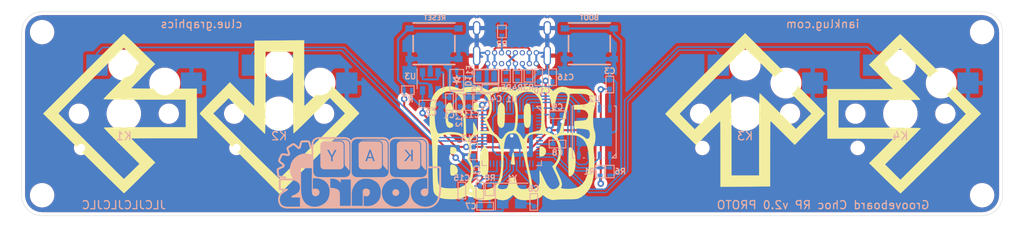
<source format=kicad_pcb>
(kicad_pcb (version 20171130) (host pcbnew "(5.1.5)-3")
  (layers (0 F.Cu signal) (31 B.Cu signal) (34 B.Paste user) (35 F.Paste user) (36 B.SilkS user) (37 F.SilkS user hide) (38 B.Mask user) (39 F.Mask user) (44 Edge.Cuts user))
  (net 0 "")
  (net 1 GND)
  (net 2 "Net-(F1-Pad2)")
  (net 3 "Net-(J1-PadA5)")
  (net 4 "Net-(J1-PadB5)")
  (net 5 D-)
  (net 6 D+)
  (net 7 VREG_VIN)
  (net 8 VREG_VOUT)
  (net 9 XIN)
  (net 10 QSPI_SS)
  (net 11 "Net-(R4-Pad2)")
  (net 12 "Net-(R5-Pad2)")
  (net 13 "Net-(R6-Pad1)")
  (net 14 "Net-(R7-Pad1)")
  (net 15 XOUT)
  (net 16 QSPI_1)
  (net 17 QSPI_2)
  (net 18 QSPI_0)
  (net 19 QSPI_SCLK)
  (net 20 QSPI_3)
  (net 21 "Net-(C7-Pad1)")
  (net 22 "Net-(D1-Pad2)")
  (net 23 +5V)
  (net 24 K1)
  (net 25 K2)
  (net 26 K3)
  (net 27 K4)
  (module grooveboard:kayboards-logo (layer B.Cu) (at 61.25 39.75 180)
    (fp_text reference G*** hide)
    (fp_text value LOGO hide)
  )
  (module grooveboard:left-arrow (layer F.Cu) (at 108.55 32.1 270)
    (fp_text reference G*** hide)
    (fp_text value LOGO hide)
  )
  (module grooveboard:left-arrow (layer F.Cu) (at 51.5 32.875 90)
    (fp_text reference G*** hide)
    (fp_text value LOGO hide)
  )
  (module grooveboard:left-arrow (layer F.Cu) (at 127.9 32.55 180)
    (fp_text reference G*** hide)
    (fp_text value LOGO hide)
  )
  (module grooveboard:left-arrow (layer F.Cu) (at 32.1 32.45)
    (fp_text reference G*** hide)
    (fp_text value LOGO hide)
  )
  (module grooveboard:grooveboard-logo (layer F.Cu) (at 79.95 36.2)
    (fp_text reference G*** hide)
    (fp_text value LOGO hide)
  )
  (module Keebio-Parts:C_0402 (layer B.Cu) (at 75.3 37.125 270)
    (fp_text reference C13 (at -1.575 0.5) (layer B.SilkS) (effects (font (size 0.7 0.7)) (justify mirror)))
    (fp_text value 100nF)
    (pad 1 smd rect (at -0.55 0 270) (size 0.6 0.5) (layers B.Cu B.Paste B.Mask) (net 7 VREG_VIN))
    (pad 2 smd rect (at 0.55 0 270) (size 0.6 0.5) (layers B.Cu B.Paste B.Mask) (net 1 GND))
  )
  (module Keebio-Parts:C_0402 (layer B.Cu) (at 76.35 30.525 180)
    (fp_text reference C4 (at -1.75 -0.15) (layer B.SilkS) (effects (font (size 0.7 0.7)) (justify mirror)))
    (fp_text value 1uF)
    (pad 1 smd rect (at -0.55 0 180) (size 0.6 0.5) (layers B.Cu B.Paste B.Mask) (net 7 VREG_VIN))
    (pad 2 smd rect (at 0.55 0 180) (size 0.6 0.5) (layers B.Cu B.Paste B.Mask) (net 1 GND))
  )
  (module rp2040:RP2040 (layer B.Cu) (at 79.95 35.225 180)
    (fp_text reference U1 (at -0.009 4.5) (layer B.SilkS) (effects (font (size 0.7 0.7)) (justify mirror)))
    (fp_text value RP2040 hide)
    (pad 1 smd rect (at -3.4036 2.6 90) (size 0.1778 0.8128) (layers B.Cu B.Paste B.Mask) (net 7 VREG_VIN))
    (pad 2 smd rect (at -3.4036 2.200001 90) (size 0.1778 0.8128) (layers B.Cu B.Paste B.Mask))
    (pad 3 smd rect (at -3.4036 1.799999 90) (size 0.1778 0.8128) (layers B.Cu B.Paste B.Mask))
    (pad 4 smd rect (at -3.4036 1.4 90) (size 0.1778 0.8128) (layers B.Cu B.Paste B.Mask))
    (pad 5 smd rect (at -3.4036 1.000001 90) (size 0.1778 0.8128) (layers B.Cu B.Paste B.Mask))
    (pad 6 smd rect (at -3.4036 0.599999 90) (size 0.1778 0.8128) (layers B.Cu B.Paste B.Mask))
    (pad 7 smd rect (at -3.4036 0.2 90) (size 0.1778 0.8128) (layers B.Cu B.Paste B.Mask))
    (pad 8 smd rect (at -3.4036 -0.2 90) (size 0.1778 0.8128) (layers B.Cu B.Paste B.Mask))
    (pad 9 smd rect (at -3.4036 -0.599999 90) (size 0.1778 0.8128) (layers B.Cu B.Paste B.Mask))
    (pad 10 smd rect (at -3.4036 -1.000001 90) (size 0.1778 0.8128) (layers B.Cu B.Paste B.Mask) (net 7 VREG_VIN))
    (pad 11 smd rect (at -3.4036 -1.4 90) (size 0.1778 0.8128) (layers B.Cu B.Paste B.Mask))
    (pad 12 smd rect (at -3.4036 -1.799999 90) (size 0.1778 0.8128) (layers B.Cu B.Paste B.Mask))
    (pad 13 smd rect (at -3.4036 -2.200001 90) (size 0.1778 0.8128) (layers B.Cu B.Paste B.Mask) (net 27 K4))
    (pad 14 smd rect (at -3.4036 -2.6 90) (size 0.1778 0.8128) (layers B.Cu B.Paste B.Mask) (net 26 K3))
    (pad 15 smd rect (at -2.6 -3.4036 180) (size 0.1778 0.8128) (layers B.Cu B.Paste B.Mask))
    (pad 16 smd rect (at -2.200001 -3.4036 180) (size 0.1778 0.8128) (layers B.Cu B.Paste B.Mask))
    (pad 17 smd rect (at -1.799999 -3.4036 180) (size 0.1778 0.8128) (layers B.Cu B.Paste B.Mask))
    (pad 18 smd rect (at -1.4 -3.4036 180) (size 0.1778 0.8128) (layers B.Cu B.Paste B.Mask))
    (pad 19 smd rect (at -1.000001 -3.4036 180) (size 0.1778 0.8128) (layers B.Cu B.Paste B.Mask) (net 1 GND))
    (pad 20 smd rect (at -0.599999 -3.4036 180) (size 0.1778 0.8128) (layers B.Cu B.Paste B.Mask) (net 9 XIN))
    (pad 21 smd rect (at -0.2 -3.4036 180) (size 0.1778 0.8128) (layers B.Cu B.Paste B.Mask) (net 15 XOUT))
    (pad 22 smd rect (at 0.2 -3.4036 180) (size 0.1778 0.8128) (layers B.Cu B.Paste B.Mask) (net 7 VREG_VIN))
    (pad 23 smd rect (at 0.599999 -3.4036 180) (size 0.1778 0.8128) (layers B.Cu B.Paste B.Mask) (net 8 VREG_VOUT))
    (pad 24 smd rect (at 1.000001 -3.4036 180) (size 0.1778 0.8128) (layers B.Cu B.Paste B.Mask))
    (pad 25 smd rect (at 1.4 -3.4036 180) (size 0.1778 0.8128) (layers B.Cu B.Paste B.Mask))
    (pad 26 smd rect (at 1.799999 -3.4036 180) (size 0.1778 0.8128) (layers B.Cu B.Paste B.Mask) (net 14 "Net-(R7-Pad1)"))
    (pad 27 smd rect (at 2.200001 -3.4036 180) (size 0.1778 0.8128) (layers B.Cu B.Paste B.Mask))
    (pad 28 smd rect (at 2.6 -3.4036 180) (size 0.1778 0.8128) (layers B.Cu B.Paste B.Mask))
    (pad 29 smd rect (at 3.4036 -2.6 90) (size 0.1778 0.8128) (layers B.Cu B.Paste B.Mask))
    (pad 30 smd rect (at 3.4036 -2.200001 90) (size 0.1778 0.8128) (layers B.Cu B.Paste B.Mask))
    (pad 31 smd rect (at 3.4036 -1.799999 90) (size 0.1778 0.8128) (layers B.Cu B.Paste B.Mask))
    (pad 32 smd rect (at 3.4036 -1.4 90) (size 0.1778 0.8128) (layers B.Cu B.Paste B.Mask))
    (pad 33 smd rect (at 3.4036 -1.000001 90) (size 0.1778 0.8128) (layers B.Cu B.Paste B.Mask) (net 7 VREG_VIN))
    (pad 34 smd rect (at 3.4036 -0.599999 90) (size 0.1778 0.8128) (layers B.Cu B.Paste B.Mask) (net 25 K2))
    (pad 35 smd rect (at 3.4036 -0.2 90) (size 0.1778 0.8128) (layers B.Cu B.Paste B.Mask) (net 24 K1))
    (pad 36 smd rect (at 3.4036 0.2 90) (size 0.1778 0.8128) (layers B.Cu B.Paste B.Mask))
    (pad 37 smd rect (at 3.4036 0.599999 90) (size 0.1778 0.8128) (layers B.Cu B.Paste B.Mask))
    (pad 38 smd rect (at 3.4036 1.000001 90) (size 0.1778 0.8128) (layers B.Cu B.Paste B.Mask))
    (pad 39 smd rect (at 3.4036 1.4 90) (size 0.1778 0.8128) (layers B.Cu B.Paste B.Mask))
    (pad 40 smd rect (at 3.4036 1.799999 90) (size 0.1778 0.8128) (layers B.Cu B.Paste B.Mask))
    (pad 41 smd rect (at 3.4036 2.200001 90) (size 0.1778 0.8128) (layers B.Cu B.Paste B.Mask))
    (pad 42 smd rect (at 3.4036 2.6 90) (size 0.1778 0.8128) (layers B.Cu B.Paste B.Mask) (net 7 VREG_VIN))
    (pad 43 smd rect (at 2.6 3.4036 180) (size 0.1778 0.8128) (layers B.Cu B.Paste B.Mask) (net 7 VREG_VIN))
    (pad 44 smd rect (at 2.200001 3.4036 180) (size 0.1778 0.8128) (layers B.Cu B.Paste B.Mask) (net 7 VREG_VIN))
    (pad 45 smd rect (at 1.799999 3.4036 180) (size 0.1778 0.8128) (layers B.Cu B.Paste B.Mask) (net 8 VREG_VOUT))
    (pad 46 smd rect (at 1.4 3.4036 180) (size 0.1778 0.8128) (layers B.Cu B.Paste B.Mask) (net 12 "Net-(R5-Pad2)"))
    (pad 47 smd rect (at 1.000001 3.4036 180) (size 0.1778 0.8128) (layers B.Cu B.Paste B.Mask) (net 11 "Net-(R4-Pad2)"))
    (pad 48 smd rect (at 0.599999 3.4036 180) (size 0.1778 0.8128) (layers B.Cu B.Paste B.Mask) (net 7 VREG_VIN))
    (pad 49 smd rect (at 0.2 3.4036 180) (size 0.1778 0.8128) (layers B.Cu B.Paste B.Mask) (net 7 VREG_VIN))
    (pad 50 smd rect (at -0.2 3.4036 180) (size 0.1778 0.8128) (layers B.Cu B.Paste B.Mask) (net 8 VREG_VOUT))
    (pad 51 smd rect (at -0.599999 3.4036 180) (size 0.1778 0.8128) (layers B.Cu B.Paste B.Mask) (net 20 QSPI_3))
    (pad 52 smd rect (at -1.000001 3.4036 180) (size 0.1778 0.8128) (layers B.Cu B.Paste B.Mask) (net 19 QSPI_SCLK))
    (pad 53 smd rect (at -1.4 3.4036 180) (size 0.1778 0.8128) (layers B.Cu B.Paste B.Mask) (net 18 QSPI_0))
    (pad 54 smd rect (at -1.799999 3.4036 180) (size 0.1778 0.8128) (layers B.Cu B.Paste B.Mask) (net 17 QSPI_2))
    (pad 55 smd rect (at -2.200001 3.4036 180) (size 0.1778 0.8128) (layers B.Cu B.Paste B.Mask) (net 16 QSPI_1))
    (pad 56 smd rect (at -2.6 3.4036 180) (size 0.1778 0.8128) (layers B.Cu B.Paste B.Mask) (net 10 QSPI_SS))
    (pad 57 smd rect (at 0 0 180) (size 3.2004 3.2004) (layers B.Cu B.Mask) (net 1 GND))
  )
  (module Keebio-Parts:R_0402 (layer B.Cu) (at 90.754 39.5955 90)
    (fp_text reference R1 (at 0.006 -1.304 180) (layer B.SilkS) (effects (font (size 0.7 0.7)) (justify mirror)))
    (fp_text value DNP)
    (pad 1 smd rect (at -0.45 0 90) (size 0.4 0.6) (layers B.Cu B.Paste B.Mask) (net 7 VREG_VIN))
    (pad 2 smd rect (at 0.45 0 90) (size 0.4 0.6) (layers B.Cu B.Paste B.Mask) (net 10 QSPI_SS))
  )
  (module Keebio-Parts:D_SOD-323 (layer B.Cu) (at 73.228 28.223 90)
    (fp_text reference D1 (at -0.252 1.372 -90 unlocked) (layer B.SilkS) (effects (font (size 0.7 0.7)) (justify mirror)))
    (fp_text value "20V 1A")
    (pad 1 smd rect (at -1.05 0 90) (size 0.6 0.45) (layers B.Cu B.Paste B.Mask) (net 23 +5V))
    (pad 2 smd rect (at 1.05 0 90) (size 0.6 0.45) (layers B.Cu B.Paste B.Mask) (net 22 "Net-(D1-Pad2)"))
  )
  (module Package_TO_SOT_SMD:SOT-23-5 (layer B.Cu) (at 69.9895 28.5405 270)
    (fp_text reference U3 (at -0.6155 2.4395) (layer B.SilkS) (effects (font (size 0.7 0.7)) (justify mirror)))
    (fp_text value AP2112K-3.3)
    (pad 5 smd rect (at 1.1 0.95 270) (size 1.06 0.65) (layers B.Cu B.Paste B.Mask) (net 7 VREG_VIN))
    (pad 4 smd rect (at 1.1 -0.95 270) (size 1.06 0.65) (layers B.Cu B.Paste B.Mask))
    (pad 3 smd rect (at -1.1 -0.95 270) (size 1.06 0.65) (layers B.Cu B.Paste B.Mask) (net 23 +5V))
    (pad 2 smd rect (at -1.1 0 270) (size 1.06 0.65) (layers B.Cu B.Paste B.Mask) (net 1 GND))
    (pad 1 smd rect (at -1.1 0.95 270) (size 1.06 0.65) (layers B.Cu B.Paste B.Mask) (net 23 +5V))
  )
  (module winbond:W25Q128JVPIQ (layer B.Cu) (at 90.05 34.75 90)
    (fp_text reference U2 (at 4.05 0) (layer B.SilkS) (effects (font (size 0.7 0.7)) (justify mirror)))
    (fp_text value W25Q128JV hide)
    (pad 9 smd rect (at 0 0 90) (size 3.4544 4.3434) (layers B.Cu B.Paste B.Mask))
    (pad 8 smd rect (at 2.8702 1.905 90) (size 0.9652 0.4318) (layers B.Cu B.Paste B.Mask) (net 7 VREG_VIN))
    (pad 7 smd rect (at 2.8702 0.635 90) (size 0.9652 0.4318) (layers B.Cu B.Paste B.Mask) (net 20 QSPI_3))
    (pad 6 smd rect (at 2.8702 -0.635 90) (size 0.9652 0.4318) (layers B.Cu B.Paste B.Mask) (net 19 QSPI_SCLK))
    (pad 5 smd rect (at 2.8702 -1.905 90) (size 0.9652 0.4318) (layers B.Cu B.Paste B.Mask) (net 18 QSPI_0))
    (pad 4 smd rect (at -2.8702 -1.905 90) (size 0.9652 0.4318) (layers B.Cu B.Paste B.Mask) (net 1 GND))
    (pad 3 smd rect (at -2.8702 -0.635 90) (size 0.9652 0.4318) (layers B.Cu B.Paste B.Mask) (net 17 QSPI_2))
    (pad 2 smd rect (at -2.8702 0.635 90) (size 0.9652 0.4318) (layers B.Cu B.Paste B.Mask) (net 16 QSPI_1))
    (pad 1 smd rect (at -2.8702 1.905 90) (size 0.9652 0.4318) (layers B.Cu B.Paste B.Mask) (net 10 QSPI_SS))
  )
  (module Keebio-Parts:C_0402 (layer B.Cu) (at 85.55 36.225)
    (fp_text reference C8 (at 0 1.05) (layer B.SilkS) (effects (font (size 0.7 0.7)) (justify mirror)))
    (fp_text value 100nF)
    (pad 1 smd rect (at -0.55 0) (size 0.6 0.5) (layers B.Cu B.Paste B.Mask) (net 7 VREG_VIN))
    (pad 2 smd rect (at 0.55 0) (size 0.6 0.5) (layers B.Cu B.Paste B.Mask) (net 1 GND))
  )
  (module Keebio-Parts:C_0402 (layer B.Cu) (at 91.95 28.925 90)
    (fp_text reference C3 (at 1.65 0) (layer B.SilkS) (effects (font (size 0.7 0.7)) (justify mirror)))
    (fp_text value 100nF)
    (pad 1 smd rect (at -0.55 0 90) (size 0.6 0.5) (layers B.Cu B.Paste B.Mask) (net 7 VREG_VIN))
    (pad 2 smd rect (at 0.55 0 90) (size 0.6 0.5) (layers B.Cu B.Paste B.Mask) (net 1 GND))
  )
  (module kicad-open-modules:TS-1187A-B-A-B (layer B.Cu) (at 89.45 23.925)
    (fp_text reference SW1 hide)
    (fp_text value BOOT)
    (pad 2 smd rect (at -3 -1.875) (size 1 0.75) (layers B.Cu B.Paste B.Mask) (net 13 "Net-(R6-Pad1)"))
    (pad 2 smd rect (at 3 -1.875) (size 1 0.75) (layers B.Cu B.Paste B.Mask) (net 13 "Net-(R6-Pad1)"))
    (pad 1 smd rect (at 3 1.875) (size 1 0.75) (layers B.Cu B.Paste B.Mask) (net 1 GND))
    (pad 1 smd rect (at -3 1.875) (size 1 0.75) (layers B.Cu B.Paste B.Mask) (net 1 GND))
  )
  (module Keebio-Parts:Crystal_SMD_3225-4pin_3.2x2.5mm (layer B.Cu) (at 79.95 42.675)
    (fp_text reference Y1 (at 0 -2.25) (layer B.SilkS) (effects (font (size 0.7 0.7)) (justify mirror)))
    (fp_text value 12MHz)
    (pad 4 smd rect (at -1.1 0.85) (size 1.4 1.2) (layers B.Cu B.Paste B.Mask) (net 1 GND))
    (pad 3 smd rect (at 1.1 0.85) (size 1.4 1.2) (layers B.Cu B.Paste B.Mask) (net 9 XIN))
    (pad 2 smd rect (at 1.1 -0.85) (size 1.4 1.2) (layers B.Cu B.Paste B.Mask) (net 1 GND))
    (pad 1 smd rect (at -1.1 -0.85) (size 1.4 1.2) (layers B.Cu B.Paste B.Mask) (net 21 "Net-(C7-Pad1)"))
  )
  (module keyswitches:Kailh_socket_PG1350 (layer F.Cu) (at 32.5 32.5 180)
    (fp_text reference K1 hide)
    (fp_text value MX-NoLED)
    (pad "" np_thru_hole circle (at -5.5 0 180) (size 1.7018 1.7018) (drill 1.7018) (layers *.Cu *.Mask))
    (pad "" np_thru_hole circle (at 5.5 0 180) (size 1.7018 1.7018) (drill 1.7018) (layers *.Cu *.Mask))
    (pad 1 smd rect (at 3.275 5.95 180) (size 2.6 2.6) (layers B.Cu B.Paste B.Mask) (net 24 K1))
    (pad "" np_thru_hole circle (at -5 3.75 180) (size 3 3) (drill 3) (layers *.Cu *.Mask))
    (pad "" np_thru_hole circle (at 0 0 180) (size 3.429 3.429) (drill 3.429) (layers *.Cu *.Mask))
    (pad "" np_thru_hole circle (at 0 5.95 180) (size 3 3) (drill 3) (layers *.Cu *.Mask))
    (pad 2 smd rect (at -8.275 3.75 180) (size 2.6 2.6) (layers B.Cu B.Paste B.Mask) (net 1 GND))
    (pad "" np_thru_hole circle (at 5.22 -4.2 180) (size 0.9906 0.9906) (drill 0.9906) (layers *.Cu *.Mask))
  )
  (module keyswitches:Kailh_socket_PG1350 (layer F.Cu) (at 108.5 32.5 180)
    (fp_text reference K3 hide)
    (fp_text value MX-NoLED)
    (pad "" np_thru_hole circle (at -5.5 0 180) (size 1.7018 1.7018) (drill 1.7018) (layers *.Cu *.Mask))
    (pad "" np_thru_hole circle (at 5.5 0 180) (size 1.7018 1.7018) (drill 1.7018) (layers *.Cu *.Mask))
    (pad 1 smd rect (at 3.275 5.95 180) (size 2.6 2.6) (layers B.Cu B.Paste B.Mask) (net 26 K3))
    (pad "" np_thru_hole circle (at -5 3.75 180) (size 3 3) (drill 3) (layers *.Cu *.Mask))
    (pad "" np_thru_hole circle (at 0 0 180) (size 3.429 3.429) (drill 3.429) (layers *.Cu *.Mask))
    (pad "" np_thru_hole circle (at 0 5.95 180) (size 3 3) (drill 3) (layers *.Cu *.Mask))
    (pad 2 smd rect (at -8.275 3.75 180) (size 2.6 2.6) (layers B.Cu B.Paste B.Mask) (net 1 GND))
    (pad "" np_thru_hole circle (at 5.22 -4.2 180) (size 0.9906 0.9906) (drill 0.9906) (layers *.Cu *.Mask))
  )
  (module keyswitches:Kailh_socket_PG1350 (layer F.Cu) (at 51.5 32.5 180)
    (fp_text reference K2 hide)
    (fp_text value MX-NoLED)
    (pad "" np_thru_hole circle (at -5.5 0 180) (size 1.7018 1.7018) (drill 1.7018) (layers *.Cu *.Mask))
    (pad "" np_thru_hole circle (at 5.5 0 180) (size 1.7018 1.7018) (drill 1.7018) (layers *.Cu *.Mask))
    (pad 1 smd rect (at 3.275 5.95 180) (size 2.6 2.6) (layers B.Cu B.Paste B.Mask) (net 25 K2))
    (pad "" np_thru_hole circle (at -5 3.75 180) (size 3 3) (drill 3) (layers *.Cu *.Mask))
    (pad "" np_thru_hole circle (at 0 0 180) (size 3.429 3.429) (drill 3.429) (layers *.Cu *.Mask))
    (pad "" np_thru_hole circle (at 0 5.95 180) (size 3 3) (drill 3) (layers *.Cu *.Mask))
    (pad 2 smd rect (at -8.275 3.75 180) (size 2.6 2.6) (layers B.Cu B.Paste B.Mask) (net 1 GND))
    (pad "" np_thru_hole circle (at 5.22 -4.2 180) (size 0.9906 0.9906) (drill 0.9906) (layers *.Cu *.Mask))
  )
  (module Keebio-Parts:C_0402 (layer B.Cu) (at 69.65 31.325)
    (fp_text reference C2 (at 0.45 1.05) (layer B.SilkS) (effects (font (size 0.7 0.7)) (justify mirror)))
    (fp_text value 10uF)
    (pad 1 smd rect (at -0.55 0) (size 0.6 0.5) (layers B.Cu B.Paste B.Mask) (net 7 VREG_VIN))
    (pad 2 smd rect (at 0.55 0) (size 0.6 0.5) (layers B.Cu B.Paste B.Mask) (net 1 GND))
  )
  (module Keebio-Parts:C_0402 (layer B.Cu) (at 72.339 31.0805 270)
    (fp_text reference C1 (at 1.5945 0.039 180) (layer B.SilkS) (effects (font (size 0.7 0.7)) (justify mirror)))
    (fp_text value 10uF)
    (pad 1 smd rect (at -0.55 0 270) (size 0.6 0.5) (layers B.Cu B.Paste B.Mask) (net 23 +5V))
    (pad 2 smd rect (at 0.55 0 270) (size 0.6 0.5) (layers B.Cu B.Paste B.Mask) (net 1 GND))
  )
  (module Type-C:USB_C_GCT_USB4085 (layer F.Cu) (at 79.985 20.262 180)
    (fp_text reference J1 hide)
    (fp_text value USB_C_Receptacle_USB2.0)
    (pad S1 thru_hole oval (at 4.325 -1.74 180) (size 0.9 1.7) (drill oval 0.6 1.4) (layers *.Cu *.Mask) (net 1 GND))
    (pad S1 thru_hole oval (at -4.325 -1.74 180) (size 0.9 1.7) (drill oval 0.6 1.4) (layers *.Cu *.Mask) (net 1 GND))
    (pad S1 thru_hole oval (at 4.325 -5.12 180) (size 0.9 2.4) (drill oval 0.6 2.1) (layers *.Cu *.Mask) (net 1 GND))
    (pad S1 thru_hole oval (at -4.325 -5.12 180) (size 0.9 2.4) (drill oval 0.6 2.1) (layers *.Cu *.Mask) (net 1 GND))
    (pad B1 thru_hole circle (at 2.98 -4.775 180) (size 0.65 0.65) (drill 0.4) (layers *.Cu *.Mask) (net 1 GND))
    (pad B4 thru_hole circle (at 2.13 -4.775 180) (size 0.65 0.65) (drill 0.4) (layers *.Cu *.Mask) (net 2 "Net-(F1-Pad2)"))
    (pad B5 thru_hole circle (at 1.28 -4.775 180) (size 0.65 0.65) (drill 0.4) (layers *.Cu *.Mask) (net 4 "Net-(J1-PadB5)"))
    (pad B6 thru_hole circle (at 0.43 -4.775 180) (size 0.65 0.65) (drill 0.4) (layers *.Cu *.Mask) (net 6 D+))
    (pad B7 thru_hole circle (at -0.42 -4.775 180) (size 0.65 0.65) (drill 0.4) (layers *.Cu *.Mask) (net 5 D-))
    (pad B8 thru_hole circle (at -1.27 -4.775 180) (size 0.65 0.65) (drill 0.4) (layers *.Cu *.Mask))
    (pad B9 thru_hole circle (at -2.12 -4.775 180) (size 0.65 0.65) (drill 0.4) (layers *.Cu *.Mask) (net 2 "Net-(F1-Pad2)"))
    (pad B12 thru_hole circle (at -2.975 -4.775 180) (size 0.65 0.65) (drill 0.4) (layers *.Cu *.Mask) (net 1 GND))
    (pad A12 thru_hole circle (at 2.975 -6.1 180) (size 0.65 0.65) (drill 0.4) (layers *.Cu *.Mask) (net 1 GND))
    (pad A9 thru_hole circle (at 2.125 -6.1 180) (size 0.65 0.65) (drill 0.4) (layers *.Cu *.Mask) (net 2 "Net-(F1-Pad2)"))
    (pad A8 thru_hole circle (at 1.275 -6.1 180) (size 0.65 0.65) (drill 0.4) (layers *.Cu *.Mask))
    (pad A7 thru_hole circle (at 0.425 -6.1 180) (size 0.65 0.65) (drill 0.4) (layers *.Cu *.Mask) (net 5 D-))
    (pad A6 thru_hole circle (at -0.425 -6.1 180) (size 0.65 0.65) (drill 0.4) (layers *.Cu *.Mask) (net 6 D+))
    (pad A4 thru_hole circle (at -2.125 -6.1 180) (size 0.65 0.65) (drill 0.4) (layers *.Cu *.Mask) (net 2 "Net-(F1-Pad2)"))
    (pad A1 thru_hole circle (at -2.975 -6.1 180) (size 0.65 0.65) (drill 0.4) (layers *.Cu *.Mask) (net 1 GND))
    (pad A5 thru_hole circle (at -1.275 -6.1 180) (size 0.65 0.65) (drill 0.4) (layers *.Cu *.Mask) (net 3 "Net-(J1-PadA5)"))
  )
  (module keyswitches:Kailh_socket_PG1350 (layer F.Cu) (at 127.5 32.5 180)
    (fp_text reference K4 hide)
    (fp_text value MX-NoLED)
    (pad "" np_thru_hole circle (at -5.5 0 180) (size 1.7018 1.7018) (drill 1.7018) (layers *.Cu *.Mask))
    (pad "" np_thru_hole circle (at 5.5 0 180) (size 1.7018 1.7018) (drill 1.7018) (layers *.Cu *.Mask))
    (pad 1 smd rect (at 3.275 5.95 180) (size 2.6 2.6) (layers B.Cu B.Paste B.Mask) (net 27 K4))
    (pad "" np_thru_hole circle (at -5 3.75 180) (size 3 3) (drill 3) (layers *.Cu *.Mask))
    (pad "" np_thru_hole circle (at 0 0 180) (size 3.429 3.429) (drill 3.429) (layers *.Cu *.Mask))
    (pad "" np_thru_hole circle (at 0 5.95 180) (size 3 3) (drill 3) (layers *.Cu *.Mask))
    (pad 2 smd rect (at -8.275 3.75 180) (size 2.6 2.6) (layers B.Cu B.Paste B.Mask) (net 1 GND))
    (pad "" np_thru_hole circle (at 5.22 -4.2 180) (size 0.9906 0.9906) (drill 0.9906) (layers *.Cu *.Mask))
  )
  (module Keebio-Parts:C_0402 (layer B.Cu) (at 76.7 43.85 180)
    (fp_text reference C7 (at 1.75 0 180) (layer B.SilkS) (effects (font (size 0.7 0.7)) (justify mirror)))
    (fp_text value 10pF)
    (pad 2 smd rect (at 0.55 0 180) (size 0.6 0.5) (layers B.Cu B.Paste B.Mask) (net 1 GND))
    (pad 1 smd rect (at -0.55 0 180) (size 0.6 0.5) (layers B.Cu B.Paste B.Mask) (net 21 "Net-(C7-Pad1)"))
  )
  (module Keebio-Parts:R_0402 (layer B.Cu) (at 82 27.875 90)
    (fp_text reference R3 (at -1.4 0) (layer B.SilkS) (effects (font (size 0.7 0.7)) (justify mirror)))
    (fp_text value 5.1k)
    (pad 1 smd rect (at -0.45 0 90) (size 0.4 0.6) (layers B.Cu B.Paste B.Mask) (net 1 GND))
    (pad 2 smd rect (at 0.45 0 90) (size 0.4 0.6) (layers B.Cu B.Paste B.Mask) (net 3 "Net-(J1-PadA5)"))
  )
  (module Keebio-Parts:R_0402 (layer B.Cu) (at 78.75 22.425 270)
    (fp_text reference R2 (at 1.55 0) (layer B.SilkS) (effects (font (size 0.7 0.7)) (justify mirror)))
    (fp_text value 5.1k)
    (pad 1 smd rect (at -0.45 0 270) (size 0.4 0.6) (layers B.Cu B.Paste B.Mask) (net 1 GND))
    (pad 2 smd rect (at 0.45 0 270) (size 0.4 0.6) (layers B.Cu B.Paste B.Mask) (net 4 "Net-(J1-PadB5)"))
  )
  (module Keebio-Parts:R_0402 (layer B.Cu) (at 77.25 41.775 270)
    (fp_text reference R8 (at -1.4 -0.042) (layer B.SilkS) (effects (font (size 0.7 0.7)) (justify mirror)))
    (fp_text value 1k)
    (pad 2 smd rect (at 0.45 0 270) (size 0.4 0.6) (layers B.Cu B.Paste B.Mask) (net 21 "Net-(C7-Pad1)"))
    (pad 1 smd rect (at -0.45 0 270) (size 0.4 0.6) (layers B.Cu B.Paste B.Mask) (net 15 XOUT))
  )
  (module Keebio-Parts:R_0402 (layer B.Cu) (at 79.25 27.925 270)
    (fp_text reference R5 (at 1.4 0) (layer B.SilkS) (effects (font (size 0.7 0.7)) (justify mirror)))
    (fp_text value 27)
    (pad 1 smd rect (at -0.45 0 270) (size 0.4 0.6) (layers B.Cu B.Paste B.Mask) (net 5 D-))
    (pad 2 smd rect (at 0.45 0 270) (size 0.4 0.6) (layers B.Cu B.Paste B.Mask) (net 12 "Net-(R5-Pad2)"))
  )
  (module Keebio-Parts:Fuse_0805 (layer B.Cu) (at 76.85 27.925)
    (fp_text reference F1 (at -2.05 -0.75 90 unlocked) (layer B.SilkS) (effects (font (size 0.7 0.7)) (justify mirror)))
    (fp_text value 500mA hide)
    (pad 1 smd rect (at -0.95 0) (size 0.7 1.3) (layers B.Cu B.Paste B.Mask) (net 22 "Net-(D1-Pad2)") (clearance 0.1))
    (pad 2 smd rect (at 0.95 0) (size 0.7 1.3) (layers B.Cu B.Paste B.Mask) (net 2 "Net-(F1-Pad2)") (clearance 0.1))
  )
  (module Keebio-Parts:R_0402 (layer B.Cu) (at 91.95 39.5955 90)
    (fp_text reference R6 (at 0.006 1.2805) (layer B.SilkS) (effects (font (size 0.7 0.7)) (justify mirror)))
    (fp_text value 1k)
    (pad 1 smd rect (at -0.45 0 90) (size 0.4 0.6) (layers B.Cu B.Paste B.Mask) (net 13 "Net-(R6-Pad1)"))
    (pad 2 smd rect (at 0.45 0 90) (size 0.4 0.6) (layers B.Cu B.Paste B.Mask) (net 10 QSPI_SS))
  )
  (module Keebio-Parts:R_0402 (layer B.Cu) (at 67.25 29.625)
    (fp_text reference R7 (at 0 1.1) (layer B.SilkS) (effects (font (size 0.7 0.7)) (justify mirror)))
    (fp_text value 10k)
    (pad 1 smd rect (at -0.45 0) (size 0.4 0.6) (layers B.Cu B.Paste B.Mask) (net 14 "Net-(R7-Pad1)"))
    (pad 2 smd rect (at 0.45 0) (size 0.4 0.6) (layers B.Cu B.Paste B.Mask) (net 7 VREG_VIN))
  )
  (module Keebio-Parts:R_0402 (layer B.Cu) (at 80.65 27.925 270)
    (fp_text reference R4 (at 1.4 0) (layer B.SilkS) (effects (font (size 0.7 0.7)) (justify mirror)))
    (fp_text value 27)
    (pad 1 smd rect (at -0.45 0 270) (size 0.4 0.6) (layers B.Cu B.Paste B.Mask) (net 6 D+))
    (pad 2 smd rect (at 0.45 0 270) (size 0.4 0.6) (layers B.Cu B.Paste B.Mask) (net 11 "Net-(R4-Pad2)"))
  )
  (module Keebio-Parts:C_0402 (layer B.Cu) (at 84.95 28.025 90)
    (fp_text reference C16 (at 0 1.6) (layer B.SilkS) (effects (font (size 0.7 0.7)) (justify mirror)))
    (fp_text value 100nF)
    (pad 1 smd rect (at -0.55 0 90) (size 0.6 0.5) (layers B.Cu B.Paste B.Mask) (net 8 VREG_VOUT))
    (pad 2 smd rect (at 0.55 0 90) (size 0.6 0.5) (layers B.Cu B.Paste B.Mask) (net 1 GND))
  )
  (module Keebio-Parts:C_0402 (layer B.Cu) (at 73.85 41.925 270)
    (fp_text reference C15 (at -1.55 0) (layer B.SilkS) (effects (font (size 0.7 0.7)) (justify mirror)))
    (fp_text value 100nF)
    (pad 1 smd rect (at -0.55 0 270) (size 0.6 0.5) (layers B.Cu B.Paste B.Mask) (net 8 VREG_VOUT))
    (pad 2 smd rect (at 0.55 0 270) (size 0.6 0.5) (layers B.Cu B.Paste B.Mask) (net 1 GND))
  )
  (module Keebio-Parts:C_0402 (layer B.Cu) (at 76.05 41.925 270)
    (fp_text reference C14 (at -2.125 0.35 270) (layer B.SilkS) (effects (font (size 0.7 0.7)) (justify mirror)))
    (fp_text value 100nF)
    (pad 1 smd rect (at -0.55 0 270) (size 0.6 0.5) (layers B.Cu B.Paste B.Mask) (net 7 VREG_VIN))
    (pad 2 smd rect (at 0.55 0 270) (size 0.6 0.5) (layers B.Cu B.Paste B.Mask) (net 1 GND))
  )
  (module kicad-open-modules:TS-1187A-B-A-B (layer B.Cu) (at 70.45 23.925 180)
    (fp_text reference SW2 hide)
    (fp_text value RESET)
    (pad 2 smd rect (at -3 -1.875 180) (size 1 0.75) (layers B.Cu B.Paste B.Mask) (net 1 GND))
    (pad 2 smd rect (at 3 -1.875 180) (size 1 0.75) (layers B.Cu B.Paste B.Mask) (net 1 GND))
    (pad 1 smd rect (at 3 1.875 180) (size 1 0.75) (layers B.Cu B.Paste B.Mask) (net 14 "Net-(R7-Pad1)"))
    (pad 1 smd rect (at -3 1.875 180) (size 1 0.75) (layers B.Cu B.Paste B.Mask) (net 14 "Net-(R7-Pad1)"))
  )
  (module Keebio-Parts:C_0402 (layer B.Cu) (at 85.55 32.625)
    (fp_text reference C9 (at 0 -0.95) (layer B.SilkS) (effects (font (size 0.7 0.7)) (justify mirror)))
    (fp_text value 100nF)
    (pad 1 smd rect (at -0.55 0) (size 0.6 0.5) (layers B.Cu B.Paste B.Mask) (net 7 VREG_VIN))
    (pad 2 smd rect (at 0.55 0) (size 0.6 0.5) (layers B.Cu B.Paste B.Mask) (net 1 GND))
  )
  (module Keebio-Parts:C_0402 (layer B.Cu) (at 77.35 29.425 180)
    (fp_text reference C5 (at 1.7 -0.05) (layer B.SilkS) (effects (font (size 0.7 0.7)) (justify mirror)))
    (fp_text value 1uF)
    (pad 1 smd rect (at -0.55 0 180) (size 0.6 0.5) (layers B.Cu B.Paste B.Mask) (net 8 VREG_VOUT))
    (pad 2 smd rect (at 0.55 0 180) (size 0.6 0.5) (layers B.Cu B.Paste B.Mask) (net 1 GND))
  )
  (module Keebio-Parts:C_0402 (layer B.Cu) (at 83.25 28.025 90)
    (fp_text reference C10 (at -1.65 0.4) (layer B.SilkS) (effects (font (size 0.7 0.7)) (justify mirror)))
    (fp_text value 100nF)
    (pad 1 smd rect (at -0.55 0 90) (size 0.6 0.5) (layers B.Cu B.Paste B.Mask) (net 7 VREG_VIN))
    (pad 2 smd rect (at 0.55 0 90) (size 0.6 0.5) (layers B.Cu B.Paste B.Mask) (net 1 GND))
  )
  (module Keebio-Parts:C_0402 (layer B.Cu) (at 74.7 31.075 90)
    (fp_text reference C11 (at -1.55 0.306) (layer B.SilkS) (effects (font (size 0.7 0.7)) (justify mirror)))
    (fp_text value 100nF)
    (pad 1 smd rect (at -0.55 0 90) (size 0.6 0.5) (layers B.Cu B.Paste B.Mask) (net 7 VREG_VIN))
    (pad 2 smd rect (at 0.55 0 90) (size 0.6 0.5) (layers B.Cu B.Paste B.Mask) (net 1 GND))
  )
  (module Keebio-Parts:C_0402 (layer B.Cu) (at 82.65 43.325 90)
    (fp_text reference C6 (at 1.64 -0.024) (layer B.SilkS) (effects (font (size 0.7 0.7)) (justify mirror)))
    (fp_text value 10pF)
    (pad 2 smd rect (at 0.55 0 90) (size 0.6 0.5) (layers B.Cu B.Paste B.Mask) (net 1 GND))
    (pad 1 smd rect (at -0.55 0 90) (size 0.6 0.5) (layers B.Cu B.Paste B.Mask) (net 9 XIN))
  )
  (module Keebio-Parts:C_0402 (layer B.Cu) (at 73.6 31.075 90)
    (fp_text reference C12 (at -2.075 -0.075 90) (layer B.SilkS) (effects (font (size 0.7 0.7)) (justify mirror)))
    (fp_text value 100nF)
    (pad 1 smd rect (at -0.55 0 90) (size 0.6 0.5) (layers B.Cu B.Paste B.Mask) (net 7 VREG_VIN))
    (pad 2 smd rect (at 0.55 0 90) (size 0.6 0.5) (layers B.Cu B.Paste B.Mask) (net 1 GND))
  )
  (module MountingHole:MountingHole_2.2mm_M2 (layer F.Cu) (at 22.5 42.5)
    (fp_text reference H3 hide)
    (fp_text value MountingHole)
    (pad 1 np_thru_hole circle (at 0 0) (size 2.2 2.2) (drill 2.2) (layers *.Cu *.Mask))
  )
  (module MountingHole:MountingHole_2.2mm_M2 (layer F.Cu) (at 137.5 42.5)
    (fp_text reference H4 hide)
    (fp_text value MountingHole)
    (pad 1 np_thru_hole circle (at 0 0) (size 2.2 2.2) (drill 2.2) (layers *.Cu *.Mask))
  )
  (module MountingHole:MountingHole_2.2mm_M2 (layer F.Cu) (at 137.5 22.5)
    (fp_text reference H2 hide)
    (fp_text value MountingHole)
    (pad 1 np_thru_hole circle (at 0 0) (size 2.2 2.2) (drill 2.2) (layers *.Cu *.Mask))
  )
  (module MountingHole:MountingHole_2.2mm_M2 (layer F.Cu) (at 22.5 22.5)
    (fp_text reference H1 hide)
    (fp_text value MountingHole)
    (pad 1 np_thru_hole circle (at 0 0) (size 2.2 2.2) (drill 2.2) (layers *.Cu *.Mask))
  )
  (gr_text K4 (at 127.5 35.25) (layer B.SilkS) (effects (font (size 1 1)) (justify mirror)))
  (gr_text K3 (at 108.5 35.25) (layer B.SilkS) (effects (font (size 1 1)) (justify mirror)))
  (gr_text K2 (at 51.5 35.25) (layer B.SilkS) (effects (font (size 1 1)) (justify mirror)))
  (gr_text K1 (at 32.5 35.25) (layer B.SilkS) (effects (font (size 1 1)) (justify mirror)))
  (gr_text JLCJLCJLCJLC (at 32.5 43.7) (layer B.SilkS) (effects (font (size 1 1)) (justify mirror)))
  (gr_text clue.graphics (at 42 21.5) (layer B.SilkS) (effects (font (size 1 1)) (justify mirror)))
  (gr_text ianklug.com (at 118 21.5) (layer B.SilkS) (effects (font (size 1 1)) (justify mirror)))
  (gr_arc (start 137.5 22.5) (end 140 22.5) (angle -90) (layer Edge.Cuts) (width 0.05))
  (gr_arc (start 137.5 42.5) (end 137.5 45) (angle -90) (layer Edge.Cuts) (width 0.05))
  (gr_arc (start 22.5 42.5) (end 20 42.5) (angle -90) (layer Edge.Cuts) (width 0.05))
  (gr_arc (start 22.5 22.5) (end 22.5 20) (angle -90) (layer Edge.Cuts) (width 0.05))
  (gr_text "Grooveboard Choc RP v2.0 PROTO" (at 118.05 43.7) (layer B.SilkS) (effects (font (size 1 1)) (justify mirror)))
  (gr_line (start 137.5 20) (end 22.5 20) (layer Edge.Cuts) (width 0.05))
  (gr_line (start 140 42.5) (end 140 22.5) (layer Edge.Cuts) (width 0.05))
  (gr_line (start 22.5 45) (end 137.5 45) (layer Edge.Cuts) (width 0.05))
  (gr_line (start 20 22.5) (end 20 42.5) (layer Edge.Cuts) (width 0.05))
  (gr_text "RESET\n" (at 70.55 20.725) (layer B.SilkS) (effects (font (size 0.6 0.6)) (justify mirror)))
  (gr_text BOOT (at 89.45 20.725) (layer B.SilkS) (effects (font (size 0.6 0.6)) (justify mirror)))
  (via (at 79.95 35.225) (size 0.8) (drill 0.4) (layers F.Cu B.Cu) (net 1))
  (segment (start 77.01 25.042) (end 77.005 25.037) (width 0.25) (layer B.Cu) (net 1))
  (segment (start 77.01 26.362) (end 77.01 25.042) (width 0.25) (layer B.Cu) (net 1))
  (segment (start 76.005 25.037) (end 75.66 25.382) (width 0.25) (layer B.Cu) (net 1))
  (segment (start 77.005 25.037) (end 76.005 25.037) (width 0.25) (layer B.Cu) (net 1))
  (segment (start 82.96 26.362) (end 82.96 25.037) (width 0.25) (layer B.Cu) (net 1))
  (segment (start 83.965 25.037) (end 84.31 25.382) (width 0.25) (layer B.Cu) (net 1))
  (segment (start 82.96 25.037) (end 83.965 25.037) (width 0.25) (layer B.Cu) (net 1))
  (segment (start 88.145 36.68) (end 90.05 34.775) (width 0.25) (layer B.Cu) (net 1))
  (segment (start 88.145 37.6452) (end 88.145 36.68) (width 0.25) (layer B.Cu) (net 1))
  (segment (start 92.4717 34.775) (end 90.05 34.775) (width 0.25) (layer B.Cu) (net 1))
  (segment (start 92.75 28.675) (end 92.75 34.4967) (width 0.25) (layer B.Cu) (net 1))
  (segment (start 91.95 28.375) (end 92.45 28.375) (width 0.25) (layer B.Cu) (net 1))
  (segment (start 92.75 34.4967) (end 92.4717 34.775) (width 0.25) (layer B.Cu) (net 1))
  (segment (start 92.45 28.375) (end 92.75 28.675) (width 0.25) (layer B.Cu) (net 1))
  (segment (start 83.25 27.475) (end 82.4 28.325) (width 0.25) (layer B.Cu) (net 1))
  (segment (start 80.950001 36.225001) (end 79.95 35.225) (width 0.18) (layer B.Cu) (net 1))
  (segment (start 80.950001 38.6286) (end 80.950001 36.225001) (width 0.18) (layer B.Cu) (net 1))
  (segment (start 86.1 32.625) (end 86.1 33.125) (width 0.25) (layer B.Cu) (net 1))
  (segment (start 80.8 41.825) (end 81.05 41.825) (width 0.25) (layer B.Cu) (net 1))
  (segment (start 78.85 43.525) (end 79.1 43.525) (width 0.25) (layer B.Cu) (net 1))
  (segment (start 79.1 43.525) (end 80.8 41.825) (width 0.25) (layer B.Cu) (net 1))
  (segment (start 81.7 41.825) (end 82.65 42.775) (width 0.25) (layer B.Cu) (net 1))
  (segment (start 81.05 41.825) (end 81.7 41.825) (width 0.25) (layer B.Cu) (net 1))
  (segment (start 82.4 28.325) (end 82 28.325) (width 0.25) (layer B.Cu) (net 1))
  (segment (start 73.4445 30.525) (end 72.339 31.6305) (width 0.25) (layer B.Cu) (net 1))
  (segment (start 73.6 30.525) (end 73.4445 30.525) (width 0.25) (layer B.Cu) (net 1))
  (segment (start 77.01 29.215) (end 76.8 29.425) (width 0.25) (layer B.Cu) (net 1))
  (segment (start 77.01 26.362) (end 77.01 29.215) (width 0.25) (layer B.Cu) (net 1))
  (segment (start 84.45 27.475) (end 84.95 27.475) (width 0.25) (layer B.Cu) (net 1))
  (segment (start 84.31 27.335) (end 84.45 27.475) (width 0.25) (layer B.Cu) (net 1))
  (segment (start 84.31 25.382) (end 84.31 27.335) (width 0.25) (layer B.Cu) (net 1))
  (segment (start 84.17 27.475) (end 83.25 27.475) (width 0.25) (layer B.Cu) (net 1))
  (segment (start 84.31 27.335) (end 84.17 27.475) (width 0.25) (layer B.Cu) (net 1))
  (segment (start 75.8 30.525) (end 73.6 30.525) (width 0.25) (layer B.Cu) (net 1))
  (segment (start 76.8 29.525) (end 75.8 30.525) (width 0.25) (layer B.Cu) (net 1))
  (segment (start 76.8 29.425) (end 76.8 29.525) (width 0.25) (layer B.Cu) (net 1))
  (segment (start 86.1 33.625) (end 86.1 36.225) (width 0.25) (layer B.Cu) (net 1))
  (segment (start 86.1 33.125) (end 86.1 33.625) (width 0.25) (layer B.Cu) (net 1))
  (via (at 86.1 33.475) (size 0.8) (drill 0.4) (layers F.Cu B.Cu) (net 1))
  (segment (start 86.1 33.625) (end 86.1 33.475) (width 0.25) (layer B.Cu) (net 1))
  (segment (start 70.2 29.360998) (end 70.2 30.825) (width 0.25) (layer B.Cu) (net 1))
  (segment (start 69.624501 28.785499) (end 70.2 29.360998) (width 0.25) (layer B.Cu) (net 1))
  (segment (start 68.685499 28.785499) (end 69.624501 28.785499) (width 0.25) (layer B.Cu) (net 1))
  (segment (start 67.45 25.8) (end 67.45 27.55) (width 0.25) (layer B.Cu) (net 1))
  (segment (start 67.45 27.55) (end 68.685499 28.785499) (width 0.25) (layer B.Cu) (net 1))
  (segment (start 70.2 30.825) (end 70.2 31.325) (width 0.25) (layer B.Cu) (net 1))
  (via (at 74.4 37.875) (size 0.8) (drill 0.4) (layers F.Cu B.Cu) (net 1))
  (segment (start 74.6 37.675) (end 74.4 37.875) (width 0.25) (layer B.Cu) (net 1))
  (segment (start 75.3 37.675) (end 74.6 37.675) (width 0.25) (layer B.Cu) (net 1))
  (segment (start 76.05 43.75) (end 76.15 43.85) (width 0.25) (layer B.Cu) (net 1))
  (segment (start 76.05 42.475) (end 76.05 43.75) (width 0.25) (layer B.Cu) (net 1))
  (segment (start 78.85 44.375) (end 78.85 43.525) (width 0.25) (layer B.Cu) (net 1))
  (segment (start 78.799999 44.425001) (end 78.85 44.375) (width 0.25) (layer B.Cu) (net 1))
  (segment (start 76.15 44.35) (end 76.225001 44.425001) (width 0.25) (layer B.Cu) (net 1))
  (segment (start 76.225001 44.425001) (end 78.799999 44.425001) (width 0.25) (layer B.Cu) (net 1))
  (segment (start 76.15 43.85) (end 76.15 44.35) (width 0.25) (layer B.Cu) (net 1))
  (segment (start 77.855 24.577381) (end 77.855 25.037) (width 0.25) (layer F.Cu) (net 2))
  (segment (start 78.045382 24.386999) (end 77.855 24.577381) (width 0.25) (layer F.Cu) (net 2))
  (segment (start 81.914618 24.386999) (end 78.045382 24.386999) (width 0.25) (layer F.Cu) (net 2))
  (segment (start 82.105 24.577381) (end 81.914618 24.386999) (width 0.25) (layer F.Cu) (net 2))
  (segment (start 82.105 25.037) (end 82.105 24.577381) (width 0.25) (layer F.Cu) (net 2))
  (segment (start 82.105 26.357) (end 82.11 26.362) (width 0.25) (layer B.Cu) (net 2))
  (segment (start 82.105 25.037) (end 82.105 26.357) (width 0.25) (layer B.Cu) (net 2))
  (segment (start 77.855 26.357) (end 77.86 26.362) (width 0.25) (layer B.Cu) (net 2))
  (segment (start 77.855 25.037) (end 77.855 26.357) (width 0.25) (layer B.Cu) (net 2))
  (segment (start 77.86 27.865) (end 77.8 27.925) (width 0.25) (layer B.Cu) (net 2))
  (segment (start 77.86 26.362) (end 77.86 27.865) (width 0.25) (layer B.Cu) (net 2))
  (segment (start 81.26 26.685) (end 82 27.425) (width 0.25) (layer B.Cu) (net 3))
  (segment (start 81.26 26.362) (end 81.26 26.685) (width 0.25) (layer B.Cu) (net 3))
  (segment (start 78.75 24.992) (end 78.705 25.037) (width 0.25) (layer B.Cu) (net 4))
  (segment (start 78.75 22.875) (end 78.75 24.992) (width 0.25) (layer B.Cu) (net 4))
  (segment (start 79.56 26.115) (end 79.56 26.362) (width 0.25) (layer B.Cu) (net 5))
  (segment (start 80.405 25.037) (end 80.405 25.27) (width 0.25) (layer B.Cu) (net 5))
  (segment (start 80.405 25.27) (end 79.56 26.115) (width 0.25) (layer B.Cu) (net 5))
  (segment (start 79.56 27.165) (end 79.25 27.475) (width 0.25) (layer B.Cu) (net 5))
  (segment (start 79.56 26.362) (end 79.56 27.165) (width 0.25) (layer B.Cu) (net 5))
  (segment (start 80.41 26.185) (end 80.41 26.362) (width 0.25) (layer F.Cu) (net 6))
  (segment (start 79.555 25.037) (end 79.555 25.33) (width 0.25) (layer F.Cu) (net 6))
  (segment (start 79.555 25.33) (end 80.41 26.185) (width 0.25) (layer F.Cu) (net 6))
  (segment (start 80.41 26.362) (end 80.41 27.235) (width 0.25) (layer B.Cu) (net 6))
  (segment (start 80.41 27.235) (end 80.65 27.475) (width 0.25) (layer B.Cu) (net 6))
  (segment (start 91.95 31.8998) (end 91.955 31.9048) (width 0.25) (layer B.Cu) (net 7))
  (segment (start 91.95 29.475) (end 91.95 31.8998) (width 0.25) (layer B.Cu) (net 7))
  (segment (start 69.0395 31.2645) (end 69.1 31.325) (width 0.25) (layer B.Cu) (net 7))
  (segment (start 69.0395 29.6405) (end 69.0395 31.2645) (width 0.25) (layer B.Cu) (net 7))
  (segment (start 67.7 30.175) (end 67.7 29.625) (width 0.25) (layer B.Cu) (net 7))
  (segment (start 67.7 30.475) (end 67.7 30.175) (width 0.25) (layer B.Cu) (net 7))
  (segment (start 68.55 31.325) (end 67.7 30.475) (width 0.25) (layer B.Cu) (net 7))
  (segment (start 69.1 31.325) (end 68.55 31.325) (width 0.25) (layer B.Cu) (net 7))
  (segment (start 76.349998 31.990685) (end 76.349998 31.425) (width 0.25) (layer F.Cu) (net 7))
  (via (at 90.85 29.525) (size 0.8) (drill 0.4) (layers F.Cu B.Cu) (net 7))
  (segment (start 91.95 29.475) (end 90.9 29.475) (width 0.25) (layer B.Cu) (net 7))
  (segment (start 90.9 29.475) (end 90.85 29.525) (width 0.25) (layer B.Cu) (net 7))
  (segment (start 73.6 31.625) (end 74.7 31.625) (width 0.25) (layer B.Cu) (net 7))
  (segment (start 77.38 30.525) (end 77.35 30.555) (width 0.18) (layer B.Cu) (net 7))
  (segment (start 76.9 30.525) (end 77.38 30.525) (width 0.18) (layer B.Cu) (net 7))
  (segment (start 77.38 30.525) (end 77.749999 30.894999) (width 0.18) (layer B.Cu) (net 7))
  (segment (start 77.749999 31.235) (end 77.749999 31.8214) (width 0.18) (layer B.Cu) (net 7))
  (segment (start 77.749999 30.894999) (end 77.749999 31.235) (width 0.18) (layer B.Cu) (net 7))
  (segment (start 76.5464 31.621402) (end 76.349998 31.425) (width 0.18) (layer B.Cu) (net 7))
  (segment (start 76.5 31.425) (end 76.349998 31.425) (width 0.25) (layer B.Cu) (net 7))
  (segment (start 76.9 31.025) (end 76.5 31.425) (width 0.25) (layer B.Cu) (net 7))
  (segment (start 76.9 30.525) (end 76.9 31.025) (width 0.25) (layer B.Cu) (net 7))
  (segment (start 76.149998 31.625) (end 76.349998 31.425) (width 0.25) (layer B.Cu) (net 7))
  (segment (start 74.7 31.625) (end 76.149998 31.625) (width 0.25) (layer B.Cu) (net 7))
  (via (at 76.349998 31.425) (size 0.8) (drill 0.4) (layers F.Cu B.Cu) (net 7))
  (segment (start 77.0811 31.8214) (end 77.35 31.8214) (width 0.18) (layer B.Cu) (net 7))
  (segment (start 75.05 32.125) (end 76.7775 32.125) (width 0.18) (layer B.Cu) (net 7))
  (segment (start 74.7 31.625) (end 74.7 31.775) (width 0.18) (layer B.Cu) (net 7))
  (segment (start 76.7775 32.125) (end 77.0811 31.8214) (width 0.18) (layer B.Cu) (net 7))
  (segment (start 74.7 31.775) (end 75.05 32.125) (width 0.18) (layer B.Cu) (net 7))
  (segment (start 73.6 32.105) (end 73.6 31.625) (width 0.18) (layer B.Cu) (net 7))
  (segment (start 74.12 32.625) (end 73.6 32.105) (width 0.18) (layer B.Cu) (net 7))
  (segment (start 76.5464 32.625) (end 74.12 32.625) (width 0.18) (layer B.Cu) (net 7))
  (segment (start 79.75 30.225) (end 79.75 31.8214) (width 0.18) (layer B.Cu) (net 7))
  (segment (start 79.350001 31.235) (end 79.350001 31.8214) (width 0.18) (layer B.Cu) (net 7))
  (segment (start 79.75 30.225) (end 79.350001 30.624999) (width 0.18) (layer B.Cu) (net 7))
  (segment (start 79.350001 30.624999) (end 79.350001 31.235) (width 0.18) (layer B.Cu) (net 7))
  (segment (start 82.82 28.575) (end 83.25 28.575) (width 0.18) (layer B.Cu) (net 7))
  (segment (start 79.75 30.225) (end 81.159999 28.815001) (width 0.18) (layer B.Cu) (net 7))
  (segment (start 82.579999 28.815001) (end 82.82 28.575) (width 0.18) (layer B.Cu) (net 7))
  (segment (start 81.159999 28.815001) (end 82.579999 28.815001) (width 0.18) (layer B.Cu) (net 7))
  (segment (start 84.9 32.625) (end 85 32.525) (width 0.18) (layer B.Cu) (net 7))
  (segment (start 83.3536 32.625) (end 84.9 32.625) (width 0.18) (layer B.Cu) (net 7))
  (segment (start 90.754 40.0455) (end 90.754 40.979) (width 0.25) (layer B.Cu) (net 7))
  (via (at 90.85 41.075) (size 0.8) (drill 0.4) (layers F.Cu B.Cu) (net 7))
  (segment (start 90.754 40.979) (end 90.85 41.075) (width 0.25) (layer B.Cu) (net 7))
  (segment (start 90.85 41.075) (end 90.85 40.509315) (width 0.25) (layer F.Cu) (net 7))
  (segment (start 83.353601 36.225) (end 83.3536 36.225001) (width 0.18) (layer B.Cu) (net 7))
  (segment (start 85 36.225) (end 83.353601 36.225) (width 0.18) (layer B.Cu) (net 7))
  (segment (start 76.349998 36.624998) (end 76.349998 31.990685) (width 0.25) (layer F.Cu) (net 7))
  (segment (start 83.25 28.575) (end 83.999986 28.575) (width 0.25) (layer B.Cu) (net 7))
  (segment (start 84.1 29.040685) (end 84.1 28.475014) (width 0.25) (layer F.Cu) (net 7))
  (segment (start 83.999986 28.575) (end 84.099986 28.475) (width 0.25) (layer B.Cu) (net 7))
  (segment (start 84.1 28.475014) (end 84.099986 28.475) (width 0.25) (layer F.Cu) (net 7))
  (via (at 84.099986 28.475) (size 0.8) (drill 0.4) (layers F.Cu B.Cu) (net 7))
  (segment (start 84.1 29.375) (end 84.1 29.040685) (width 0.25) (layer F.Cu) (net 7))
  (via (at 84.55001 34.525) (size 0.8) (drill 0.4) (layers F.Cu B.Cu) (net 7))
  (segment (start 84.600004 34.574994) (end 84.55001 34.525) (width 0.25) (layer F.Cu) (net 7))
  (segment (start 82.450012 36.624998) (end 84.150011 34.924999) (width 0.25) (layer F.Cu) (net 7))
  (segment (start 85 32.625) (end 85 34.07501) (width 0.25) (layer B.Cu) (net 7))
  (segment (start 84.150011 34.125001) (end 84.55001 34.525) (width 0.25) (layer F.Cu) (net 7))
  (segment (start 76.349998 36.624998) (end 82.450012 36.624998) (width 0.25) (layer F.Cu) (net 7))
  (segment (start 84.1 34.07499) (end 84.150011 34.125001) (width 0.25) (layer F.Cu) (net 7))
  (segment (start 85 34.97499) (end 84.55001 34.525) (width 0.25) (layer B.Cu) (net 7))
  (segment (start 84.150011 34.924999) (end 84.55001 34.525) (width 0.25) (layer F.Cu) (net 7))
  (segment (start 84.1 29.040685) (end 84.1 34.07499) (width 0.25) (layer F.Cu) (net 7))
  (segment (start 85 34.07501) (end 84.55001 34.525) (width 0.25) (layer B.Cu) (net 7))
  (segment (start 85 36.225) (end 85 34.97499) (width 0.25) (layer B.Cu) (net 7))
  (segment (start 84.55001 34.525) (end 90.8 34.525) (width 0.25) (layer F.Cu) (net 7))
  (segment (start 90.8 34.525) (end 90.85 34.575) (width 0.25) (layer F.Cu) (net 7))
  (segment (start 90.85 40.509315) (end 90.85 34.575) (width 0.25) (layer F.Cu) (net 7))
  (segment (start 90.85 34.575) (end 90.85 29.525) (width 0.25) (layer F.Cu) (net 7))
  (segment (start 78.648294 40.485022) (end 76.459978 40.485022) (width 0.18) (layer B.Cu) (net 7))
  (segment (start 76.05 40.895) (end 76.05 41.375) (width 0.18) (layer B.Cu) (net 7))
  (segment (start 79.75 38.6286) (end 79.75 39.383316) (width 0.18) (layer B.Cu) (net 7))
  (segment (start 79.75 39.383316) (end 78.648294 40.485022) (width 0.18) (layer B.Cu) (net 7))
  (segment (start 76.459978 40.485022) (end 76.05 40.895) (width 0.18) (layer B.Cu) (net 7))
  (segment (start 75.5 41.375) (end 74.95 41.925) (width 0.25) (layer B.Cu) (net 7))
  (segment (start 76.05 41.375) (end 75.5 41.375) (width 0.25) (layer B.Cu) (net 7))
  (segment (start 76.349998 40.525002) (end 76.349998 36.624998) (width 0.25) (layer F.Cu) (net 7))
  (segment (start 74.95 41.925) (end 76.349998 40.525002) (width 0.25) (layer F.Cu) (net 7))
  (via (at 74.95 41.925) (size 0.8) (drill 0.4) (layers F.Cu B.Cu) (net 7))
  (segment (start 75.3 36.575) (end 75.649999 36.225001) (width 0.18) (layer B.Cu) (net 7))
  (segment (start 75.649999 36.225001) (end 76.5464 36.225001) (width 0.18) (layer B.Cu) (net 7))
  (segment (start 76.349998 36.624998) (end 76.3 36.575) (width 0.25) (layer F.Cu) (net 7))
  (segment (start 76.3 36.575) (end 74.4 36.575) (width 0.25) (layer F.Cu) (net 7))
  (segment (start 75.3 36.575) (end 74.4 36.575) (width 0.25) (layer B.Cu) (net 7))
  (via (at 74.4 36.575) (size 0.8) (drill 0.4) (layers F.Cu B.Cu) (net 7))
  (segment (start 74.4 36.575) (end 73.15 36.575) (width 0.25) (layer F.Cu) (net 7))
  (segment (start 69.05 32.475) (end 69.05 32.425) (width 0.25) (layer F.Cu) (net 7))
  (segment (start 73.15 36.575) (end 69.05 32.475) (width 0.25) (layer F.Cu) (net 7))
  (segment (start 69.1 31.325) (end 69.1 32.375) (width 0.25) (layer B.Cu) (net 7))
  (segment (start 69.1 32.375) (end 69.05 32.425) (width 0.25) (layer B.Cu) (net 7))
  (via (at 69.05 32.425) (size 0.8) (drill 0.4) (layers F.Cu B.Cu) (net 7))
  (segment (start 78.150001 32.438703) (end 78.150001 32.4078) (width 0.18) (layer B.Cu) (net 8))
  (segment (start 78.229099 32.517801) (end 78.150001 32.438703) (width 0.18) (layer B.Cu) (net 8))
  (segment (start 80.15 32.438702) (end 80.070901 32.517801) (width 0.18) (layer B.Cu) (net 8))
  (segment (start 78.150001 32.4078) (end 78.150001 31.8214) (width 0.18) (layer B.Cu) (net 8))
  (segment (start 80.070901 32.517801) (end 78.229099 32.517801) (width 0.18) (layer B.Cu) (net 8))
  (segment (start 80.15 31.8214) (end 80.15 32.438702) (width 0.18) (layer B.Cu) (net 8))
  (segment (start 79.350001 38.0422) (end 79.350001 38.6286) (width 0.18) (layer B.Cu) (net 8))
  (segment (start 79.350001 38.0113) (end 79.350001 38.0422) (width 0.18) (layer B.Cu) (net 8))
  (segment (start 78.150001 32.4387) (end 77.65 32.938701) (width 0.18) (layer B.Cu) (net 8))
  (segment (start 78.150001 31.8214) (end 78.150001 32.4387) (width 0.18) (layer B.Cu) (net 8))
  (segment (start 78.863701 37.525) (end 79.350001 38.0113) (width 0.18) (layer B.Cu) (net 8))
  (segment (start 77.65 37.036201) (end 78.138799 37.525) (width 0.18) (layer B.Cu) (net 8))
  (segment (start 78.138799 37.525) (end 78.863701 37.525) (width 0.18) (layer B.Cu) (net 8))
  (segment (start 77.65 32.938701) (end 77.65 37.036201) (width 0.18) (layer B.Cu) (net 8))
  (segment (start 77.9 29.425) (end 77.9 30.375) (width 0.18) (layer B.Cu) (net 8))
  (segment (start 77.9 30.375) (end 78.150001 30.625001) (width 0.18) (layer B.Cu) (net 8))
  (segment (start 78.150001 30.625001) (end 78.150001 31.8214) (width 0.18) (layer B.Cu) (net 8))
  (segment (start 82.589429 29.194989) (end 82.589406 29.195012) (width 0.18) (layer B.Cu) (net 8))
  (segment (start 80.15 31.235) (end 80.15 31.8214) (width 0.18) (layer B.Cu) (net 8))
  (segment (start 80.15 30.410511) (end 80.15 31.235) (width 0.18) (layer B.Cu) (net 8))
  (segment (start 81.365499 29.195012) (end 80.15 30.410511) (width 0.18) (layer B.Cu) (net 8))
  (segment (start 84.95 29.055) (end 84.95 28.575) (width 0.18) (layer B.Cu) (net 8))
  (segment (start 84.81001 29.19499) (end 84.95 29.055) (width 0.18) (layer B.Cu) (net 8))
  (segment (start 82.589407 29.195012) (end 82.589429 29.19499) (width 0.18) (layer B.Cu) (net 8))
  (segment (start 82.589429 29.19499) (end 84.81001 29.19499) (width 0.18) (layer B.Cu) (net 8))
  (segment (start 82.429988 29.195012) (end 82.589407 29.195012) (width 0.18) (layer B.Cu) (net 8))
  (segment (start 82.429988 29.195012) (end 81.365499 29.195012) (width 0.18) (layer B.Cu) (net 8))
  (segment (start 82.589406 29.195012) (end 82.429988 29.195012) (width 0.18) (layer B.Cu) (net 8))
  (segment (start 79.350001 38.6286) (end 79.350001 39.2459) (width 0.18) (layer B.Cu) (net 8))
  (segment (start 75.639989 40.105011) (end 74.37 41.375) (width 0.18) (layer B.Cu) (net 8))
  (segment (start 78.49089 40.105011) (end 75.639989 40.105011) (width 0.18) (layer B.Cu) (net 8))
  (segment (start 79.350001 39.2459) (end 78.49089 40.105011) (width 0.18) (layer B.Cu) (net 8))
  (segment (start 74.37 41.375) (end 73.85 41.375) (width 0.18) (layer B.Cu) (net 8))
  (segment (start 82.3 43.525) (end 82.65 43.875) (width 0.25) (layer B.Cu) (net 9))
  (segment (start 81.05 43.525) (end 82.3 43.525) (width 0.25) (layer B.Cu) (net 9))
  (segment (start 83.08 43.875) (end 83.2 43.755) (width 0.18) (layer B.Cu) (net 9))
  (segment (start 83.2 41.975) (end 80.549999 39.324999) (width 0.18) (layer B.Cu) (net 9))
  (segment (start 82.65 43.875) (end 83.08 43.875) (width 0.18) (layer B.Cu) (net 9))
  (segment (start 83.2 43.755) (end 83.2 41.975) (width 0.18) (layer B.Cu) (net 9))
  (segment (start 80.549999 39.324999) (end 80.549999 39.215) (width 0.18) (layer B.Cu) (net 9))
  (segment (start 80.549999 39.215) (end 80.549999 38.6286) (width 0.18) (layer B.Cu) (net 9))
  (segment (start 90.754 39.1455) (end 91.95 39.1455) (width 0.25) (layer B.Cu) (net 10))
  (segment (start 91.955 39.1405) (end 91.95 39.1455) (width 0.25) (layer B.Cu) (net 10))
  (segment (start 91.955 37.6452) (end 91.955 39.1405) (width 0.25) (layer B.Cu) (net 10))
  (segment (start 90.274 39.1455) (end 90.754 39.1455) (width 0.18) (layer B.Cu) (net 10))
  (segment (start 86.828277 38.515861) (end 87.837916 39.5255) (width 0.18) (layer B.Cu) (net 10))
  (segment (start 86.3964 31.8214) (end 86.828277 32.253277) (width 0.18) (layer B.Cu) (net 10))
  (segment (start 82.55 31.8214) (end 86.3964 31.8214) (width 0.18) (layer B.Cu) (net 10))
  (segment (start 89.894 39.5255) (end 90.274 39.1455) (width 0.18) (layer B.Cu) (net 10))
  (segment (start 86.828277 32.253277) (end 86.828277 38.515861) (width 0.18) (layer B.Cu) (net 10))
  (segment (start 87.837916 39.5255) (end 89.894 39.5255) (width 0.18) (layer B.Cu) (net 10))
  (segment (start 78.949999 30.425001) (end 80.65 28.725) (width 0.18) (layer B.Cu) (net 11))
  (segment (start 78.949999 31.8214) (end 78.949999 30.425001) (width 0.18) (layer B.Cu) (net 11))
  (segment (start 80.65 28.725) (end 80.65 28.375) (width 0.18) (layer B.Cu) (net 11))
  (segment (start 78.55 31.235) (end 78.55 31.8214) (width 0.18) (layer B.Cu) (net 12))
  (segment (start 79.25 28.375) (end 79.25 29.525) (width 0.18) (layer B.Cu) (net 12))
  (segment (start 78.55 30.225) (end 78.55 31.235) (width 0.18) (layer B.Cu) (net 12))
  (segment (start 79.25 29.525) (end 78.55 30.225) (width 0.18) (layer B.Cu) (net 12))
  (segment (start 92.45 22.05) (end 86.45 22.05) (width 0.25) (layer B.Cu) (net 13))
  (segment (start 92.5 40.0455) (end 91.95 40.0455) (width 0.25) (layer B.Cu) (net 13))
  (segment (start 93.35 39.1955) (end 92.5 40.0455) (width 0.25) (layer B.Cu) (net 13))
  (segment (start 93.35 23.575) (end 93.35 39.1955) (width 0.25) (layer B.Cu) (net 13))
  (segment (start 92.45 22.05) (end 92.45 22.675) (width 0.25) (layer B.Cu) (net 13))
  (segment (start 92.45 22.675) (end 93.35 23.575) (width 0.25) (layer B.Cu) (net 13))
  (segment (start 67.45 22.05) (end 73.45 22.05) (width 0.25) (layer B.Cu) (net 14))
  (segment (start 66.8 29.075) (end 66.8 29.625) (width 0.25) (layer B.Cu) (net 14))
  (segment (start 67.45 22.05) (end 67.375 22.05) (width 0.25) (layer B.Cu) (net 14))
  (segment (start 66.05 28.325) (end 66.8 29.075) (width 0.25) (layer B.Cu) (net 14))
  (segment (start 66.05 23.375) (end 66.05 28.325) (width 0.25) (layer B.Cu) (net 14))
  (segment (start 67.375 22.05) (end 66.05 23.375) (width 0.25) (layer B.Cu) (net 14))
  (segment (start 66.8 29.625) (end 66.8 30.7) (width 0.25) (layer B.Cu) (net 14))
  (via (at 66.8 30.7) (size 0.8) (drill 0.4) (layers F.Cu B.Cu) (net 14))
  (segment (start 78.150001 38.6286) (end 78.150001 39.541516) (width 0.18) (layer B.Cu) (net 14))
  (segment (start 78.091518 39.599999) (end 74.799999 39.599999) (width 0.18) (layer B.Cu) (net 14))
  (via (at 73.1 37.9) (size 0.8) (drill 0.4) (layers F.Cu B.Cu) (net 14))
  (segment (start 78.150001 39.541516) (end 78.091518 39.599999) (width 0.18) (layer B.Cu) (net 14))
  (segment (start 74.799999 39.599999) (end 73.499999 38.299999) (width 0.18) (layer B.Cu) (net 14))
  (segment (start 73.499999 38.299999) (end 73.1 37.9) (width 0.18) (layer B.Cu) (net 14))
  (segment (start 66.8 31.6) (end 73.1 37.9) (width 0.25) (layer F.Cu) (net 14))
  (segment (start 66.8 30.7) (end 66.8 31.6) (width 0.25) (layer F.Cu) (net 14))
  (segment (start 80.15 38.6286) (end 80.15 39.52073) (width 0.18) (layer B.Cu) (net 15))
  (segment (start 78.805697 40.865033) (end 77.329967 40.865033) (width 0.18) (layer B.Cu) (net 15))
  (segment (start 77.329967 40.865033) (end 77.25 40.945) (width 0.18) (layer B.Cu) (net 15))
  (segment (start 80.15 39.52073) (end 78.805697 40.865033) (width 0.18) (layer B.Cu) (net 15))
  (segment (start 77.25 40.945) (end 77.25 41.325) (width 0.18) (layer B.Cu) (net 15))
  (segment (start 87.208288 38.358456) (end 87.208288 31.473872) (width 0.18) (layer B.Cu) (net 16))
  (segment (start 86.849449 31.115033) (end 82.269968 31.115033) (width 0.18) (layer B.Cu) (net 16))
  (segment (start 87.974832 39.125) (end 87.208288 38.358456) (width 0.18) (layer B.Cu) (net 16))
  (segment (start 82.150001 31.235) (end 82.150001 31.8214) (width 0.18) (layer B.Cu) (net 16))
  (segment (start 87.208288 31.473872) (end 86.849449 31.115033) (width 0.18) (layer B.Cu) (net 16))
  (segment (start 90.685 37.9119) (end 89.4719 39.125) (width 0.18) (layer B.Cu) (net 16))
  (segment (start 82.269968 31.115033) (end 82.150001 31.235) (width 0.18) (layer B.Cu) (net 16))
  (segment (start 89.4719 39.125) (end 87.974832 39.125) (width 0.18) (layer B.Cu) (net 16))
  (segment (start 90.685 37.6452) (end 90.685 37.9119) (width 0.18) (layer B.Cu) (net 16))
  (segment (start 88.9978 38.725) (end 88.112248 38.725) (width 0.18) (layer B.Cu) (net 17))
  (segment (start 89.415 38.3078) (end 88.9978 38.725) (width 0.18) (layer B.Cu) (net 17))
  (segment (start 89.415 37.6452) (end 89.415 38.3078) (width 0.18) (layer B.Cu) (net 17))
  (segment (start 81.749999 30.960174) (end 81.749999 31.235) (width 0.18) (layer B.Cu) (net 17))
  (segment (start 87.588298 38.20105) (end 87.588298 31.316466) (width 0.18) (layer B.Cu) (net 17))
  (segment (start 81.749999 31.235) (end 81.749999 31.8214) (width 0.18) (layer B.Cu) (net 17))
  (segment (start 81.975151 30.735022) (end 81.749999 30.960174) (width 0.18) (layer B.Cu) (net 17))
  (segment (start 87.006854 30.735022) (end 81.975151 30.735022) (width 0.18) (layer B.Cu) (net 17))
  (segment (start 88.112248 38.725) (end 87.588298 38.20105) (width 0.18) (layer B.Cu) (net 17))
  (segment (start 87.588298 31.316466) (end 87.006854 30.735022) (width 0.18) (layer B.Cu) (net 17))
  (segment (start 88.145 31.2422) (end 88.145 31.9048) (width 0.18) (layer B.Cu) (net 18))
  (segment (start 87.257811 30.355011) (end 88.145 31.2422) (width 0.18) (layer B.Cu) (net 18))
  (segment (start 81.817746 30.355011) (end 87.257811 30.355011) (width 0.18) (layer B.Cu) (net 18))
  (segment (start 81.35 30.822757) (end 81.817746 30.355011) (width 0.18) (layer B.Cu) (net 18))
  (segment (start 81.35 31.8214) (end 81.35 30.822757) (width 0.18) (layer B.Cu) (net 18))
  (segment (start 80.950001 31.8214) (end 80.950001 30.68534) (width 0.18) (layer B.Cu) (net 19))
  (segment (start 80.950001 30.68534) (end 81.660341 29.975) (width 0.18) (layer B.Cu) (net 19))
  (segment (start 88.1478 29.975) (end 89.415 31.2422) (width 0.18) (layer B.Cu) (net 19))
  (segment (start 89.415 31.2422) (end 89.415 31.9048) (width 0.18) (layer B.Cu) (net 19))
  (segment (start 81.660341 29.975) (end 88.1478 29.975) (width 0.18) (layer B.Cu) (net 19))
  (segment (start 89.0178 29.575) (end 90.685 31.2422) (width 0.18) (layer B.Cu) (net 20))
  (segment (start 82.746834 29.575) (end 89.0178 29.575) (width 0.18) (layer B.Cu) (net 20))
  (segment (start 81.522904 29.575023) (end 82.746811 29.575023) (width 0.18) (layer B.Cu) (net 20))
  (segment (start 80.549999 30.547928) (end 81.522904 29.575023) (width 0.18) (layer B.Cu) (net 20))
  (segment (start 82.746811 29.575023) (end 82.746834 29.575) (width 0.18) (layer B.Cu) (net 20))
  (segment (start 80.549999 31.8214) (end 80.549999 30.547928) (width 0.18) (layer B.Cu) (net 20))
  (segment (start 90.685 31.2422) (end 90.685 31.9048) (width 0.18) (layer B.Cu) (net 20))
  (segment (start 78.45 42.225) (end 77.25 42.225) (width 0.25) (layer B.Cu) (net 21))
  (segment (start 78.85 41.825) (end 78.45 42.225) (width 0.25) (layer B.Cu) (net 21))
  (segment (start 77.25 42.225) (end 77.25 43.225) (width 0.25) (layer B.Cu) (net 21))
  (segment (start 77.25 43.225) (end 77.25 43.85) (width 0.25) (layer B.Cu) (net 21))
  (segment (start 73.228 27.723) (end 73.43 27.925) (width 0.25) (layer B.Cu) (net 22))
  (segment (start 75.3 27.925) (end 75.9 27.925) (width 0.25) (layer B.Cu) (net 22))
  (segment (start 73.43 27.925) (end 75.3 27.925) (width 0.25) (layer B.Cu) (net 22))
  (segment (start 73.228 27.173) (end 73.228 27.723) (width 0.25) (layer B.Cu) (net 22))
  (segment (start 73.228 29.273) (end 73.228 29.203) (width 0.25) (layer B.Cu) (net 23))
  (segment (start 71.5145 27.4895) (end 71.5145 27.4405) (width 0.25) (layer B.Cu) (net 23))
  (segment (start 73.228 29.36) (end 73.228 29.273) (width 0.25) (layer B.Cu) (net 23))
  (segment (start 72.339 30.5305) (end 72.339 30.249) (width 0.25) (layer B.Cu) (net 23))
  (segment (start 72.339 30.249) (end 73.228 29.36) (width 0.25) (layer B.Cu) (net 23))
  (segment (start 72.339 30.5305) (end 72.339 30.5805) (width 0.25) (layer B.Cu) (net 23))
  (segment (start 69.0395 27.4405) (end 69.0395 28.2205) (width 0.25) (layer B.Cu) (net 23))
  (segment (start 69.0395 28.2205) (end 69.114501 28.295501) (width 0.25) (layer B.Cu) (net 23))
  (segment (start 69.114501 28.295501) (end 70.864499 28.295501) (width 0.25) (layer B.Cu) (net 23))
  (segment (start 70.864499 28.295501) (end 70.9395 28.2205) (width 0.25) (layer B.Cu) (net 23))
  (segment (start 70.9395 28.2205) (end 70.9395 27.4405) (width 0.25) (layer B.Cu) (net 23))
  (segment (start 71.5145 27.4405) (end 71.589501 27.515501) (width 0.25) (layer B.Cu) (net 23))
  (segment (start 70.9395 27.4405) (end 71.5145 27.4405) (width 0.25) (layer B.Cu) (net 23))
  (segment (start 71.589501 30.539501) (end 71.598502 30.5305) (width 0.25) (layer B.Cu) (net 23))
  (segment (start 71.598502 30.5305) (end 72.339 30.5305) (width 0.25) (layer B.Cu) (net 23))
  (segment (start 71.589501 27.515501) (end 71.589501 30.539501) (width 0.25) (layer B.Cu) (net 23))
  (segment (start 75.96 35.425) (end 76.5464 35.425) (width 0.18) (layer B.Cu) (net 24))
  (segment (start 70.503798 35.425) (end 75.96 35.425) (width 0.18) (layer B.Cu) (net 24))
  (segment (start 29.915011 24.379989) (end 59.458787 24.379989) (width 0.18) (layer B.Cu) (net 24))
  (segment (start 29.225 25.07) (end 29.915011 24.379989) (width 0.18) (layer B.Cu) (net 24))
  (segment (start 59.458787 24.379989) (end 70.503798 35.425) (width 0.18) (layer B.Cu) (net 24))
  (segment (start 29.225 26.55) (end 29.225 25.07) (width 0.18) (layer B.Cu) (net 24))
  (segment (start 76.526408 35.844991) (end 76.5464 35.824999) (width 0.18) (layer B.Cu) (net 25))
  (segment (start 48.225 26.55) (end 48.225 25.07) (width 0.18) (layer B.Cu) (net 25))
  (segment (start 48.225 25.07) (end 48.535001 24.759999) (width 0.18) (layer B.Cu) (net 25))
  (segment (start 48.535001 24.759999) (end 59.159999 24.759999) (width 0.18) (layer B.Cu) (net 25))
  (segment (start 59.159999 24.759999) (end 70.244991 35.844991) (width 0.18) (layer B.Cu) (net 25))
  (segment (start 70.244991 35.844991) (end 76.526408 35.844991) (width 0.18) (layer B.Cu) (net 25))
  (segment (start 83.3536 37.9286) (end 83.3536 37.825) (width 0.18) (layer B.Cu) (net 26))
  (segment (start 105.225 25.07) (end 104.855 24.7) (width 0.18) (layer B.Cu) (net 26))
  (segment (start 105.225 26.55) (end 105.225 25.07) (width 0.18) (layer B.Cu) (net 26))
  (segment (start 104.855 24.7) (end 100.437414 24.7) (width 0.18) (layer B.Cu) (net 26))
  (segment (start 100.437414 24.7) (end 94.145019 30.992395) (width 0.18) (layer B.Cu) (net 26))
  (segment (start 94.145019 39.524808) (end 93.922413 39.747413) (width 0.18) (layer B.Cu) (net 26))
  (segment (start 94.145019 30.992395) (end 94.145019 39.524808) (width 0.18) (layer B.Cu) (net 26))
  (segment (start 89.357596 42.145011) (end 89.134991 41.922405) (width 0.18) (layer B.Cu) (net 26))
  (segment (start 93.922413 39.747413) (end 91.524816 42.145011) (width 0.18) (layer B.Cu) (net 26))
  (segment (start 91.524816 42.145011) (end 89.357596 42.145011) (width 0.18) (layer B.Cu) (net 26))
  (segment (start 85.037586 37.825) (end 83.3536 37.825) (width 0.18) (layer B.Cu) (net 26))
  (segment (start 89.134991 41.922405) (end 85.037586 37.825) (width 0.18) (layer B.Cu) (net 26))
  (segment (start 83.94 37.425001) (end 83.3536 37.425001) (width 0.18) (layer B.Cu) (net 27))
  (segment (start 89.515001 41.765001) (end 85.175001 37.425001) (width 0.18) (layer B.Cu) (net 27))
  (segment (start 85.175001 37.425001) (end 83.94 37.425001) (width 0.18) (layer B.Cu) (net 27))
  (segment (start 93.765009 39.367403) (end 91.367411 41.765001) (width 0.18) (layer B.Cu) (net 27))
  (segment (start 124.225 25.07) (end 123.474991 24.319991) (width 0.18) (layer B.Cu) (net 27))
  (segment (start 100.280009 24.319991) (end 93.765009 30.834991) (width 0.18) (layer B.Cu) (net 27))
  (segment (start 91.367411 41.765001) (end 89.515001 41.765001) (width 0.18) (layer B.Cu) (net 27))
  (segment (start 124.225 26.55) (end 124.225 25.07) (width 0.18) (layer B.Cu) (net 27))
  (segment (start 123.474991 24.319991) (end 100.280009 24.319991) (width 0.18) (layer B.Cu) (net 27))
  (segment (start 93.765009 30.834991) (end 93.765009 39.367403) (width 0.18) (layer B.Cu) (net 27))
  (zone (net 1) (net_name GND) (layer F.Cu) (connect_pads (clearance 0.4)) (min_thickness 0.254) (fill yes (arc_segments 32) (thermal_gap 0.508) (thermal_bridge_width 0.508))
    (polygon (pts (xy 140 45) (xy 20 45) (xy 20 20) (xy 140 20)))
  )
  (zone (net 1) (net_name GND) (layer B.Cu) (connect_pads (clearance 0.4)) (min_thickness 0.254) (fill yes (arc_segments 32) (thermal_gap 0.508) (thermal_bridge_width 0.508))
    (polygon (pts (xy 140 45) (xy 20 45) (xy 20 20) (xy 140 20)))
  )
)
</source>
